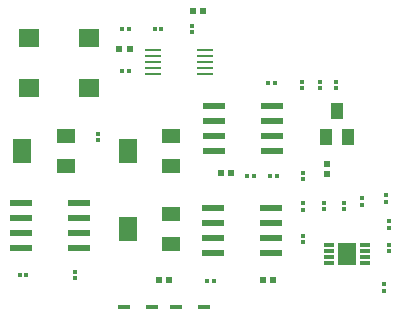
<source format=gtp>
G04 Layer_Color=8421504*
%FSLAX24Y24*%
%MOIN*%
G70*
G01*
G75*
%ADD10R,0.0409X0.0181*%
%ADD11R,0.0213X0.0236*%
%ADD12R,0.0142X0.0134*%
%ADD13R,0.0134X0.0142*%
%ADD14R,0.0780X0.0210*%
%ADD15R,0.0394X0.0551*%
%ADD16R,0.0630X0.0787*%
%ADD17R,0.0630X0.0512*%
%ADD18R,0.0630X0.0740*%
%ADD19R,0.0320X0.0120*%
%ADD20R,0.0236X0.0213*%
%ADD21R,0.0520X0.0110*%
%ADD22R,0.0708X0.0629*%
D10*
X-8637Y900D02*
D03*
X-7700D02*
D03*
X-9431D02*
D03*
X-10368D02*
D03*
D11*
X-5400Y1800D02*
D03*
X-5739D02*
D03*
X-9213D02*
D03*
X-8874D02*
D03*
X-10519Y9500D02*
D03*
X-10181D02*
D03*
X-7139Y5350D02*
D03*
X-6800D02*
D03*
X-7731Y10750D02*
D03*
X-8069D02*
D03*
D12*
X-1550Y2750D02*
D03*
Y2970D02*
D03*
X-3693Y4150D02*
D03*
Y4370D02*
D03*
X-2450Y4520D02*
D03*
Y4300D02*
D03*
X-4393Y3050D02*
D03*
Y3270D02*
D03*
X-1550Y3530D02*
D03*
Y3750D02*
D03*
X-3043Y4370D02*
D03*
Y4150D02*
D03*
X-4393Y5370D02*
D03*
Y5150D02*
D03*
Y4130D02*
D03*
Y4350D02*
D03*
X-12000Y2070D02*
D03*
Y1850D02*
D03*
X-3850Y8400D02*
D03*
Y8180D02*
D03*
X-3293D02*
D03*
Y8400D02*
D03*
X-11243Y6450D02*
D03*
Y6670D02*
D03*
X-4450Y8400D02*
D03*
Y8180D02*
D03*
X-1700Y1650D02*
D03*
Y1430D02*
D03*
X-1643Y4400D02*
D03*
Y4620D02*
D03*
X-8100Y10270D02*
D03*
Y10050D02*
D03*
D13*
X-13630Y1950D02*
D03*
X-13850D02*
D03*
X-6050Y5250D02*
D03*
X-6270D02*
D03*
X-9350Y10150D02*
D03*
X-9130D02*
D03*
X-5350Y8350D02*
D03*
X-5570D02*
D03*
X-10420Y10150D02*
D03*
X-10200D02*
D03*
X-7373Y1750D02*
D03*
X-7593D02*
D03*
X-10420Y8750D02*
D03*
X-10200D02*
D03*
X-5500Y5250D02*
D03*
X-5280D02*
D03*
D14*
X-13793Y4350D02*
D03*
Y3850D02*
D03*
Y3350D02*
D03*
Y2850D02*
D03*
X-11853D02*
D03*
Y3350D02*
D03*
Y3850D02*
D03*
Y4350D02*
D03*
X-7393Y4200D02*
D03*
Y3700D02*
D03*
Y3200D02*
D03*
Y2700D02*
D03*
X-5453D02*
D03*
Y3200D02*
D03*
Y3700D02*
D03*
Y4200D02*
D03*
X-7380Y7580D02*
D03*
Y7080D02*
D03*
Y6580D02*
D03*
Y6080D02*
D03*
X-5440D02*
D03*
Y6580D02*
D03*
Y7080D02*
D03*
Y7580D02*
D03*
D15*
X-3274Y7416D02*
D03*
X-2900Y6550D02*
D03*
X-3648D02*
D03*
D16*
X-13772Y6100D02*
D03*
X-10243D02*
D03*
X-10250Y3500D02*
D03*
D17*
X-12315Y6600D02*
D03*
Y5600D02*
D03*
X-8787Y6600D02*
D03*
Y5600D02*
D03*
X-8793Y4000D02*
D03*
Y3000D02*
D03*
D18*
X-2943Y2650D02*
D03*
D19*
X-2343Y2950D02*
D03*
Y2750D02*
D03*
Y2550D02*
D03*
Y2350D02*
D03*
X-3543D02*
D03*
Y2550D02*
D03*
Y2750D02*
D03*
Y2950D02*
D03*
D20*
X-3600Y5650D02*
D03*
Y5311D02*
D03*
D21*
X-9400Y9444D02*
D03*
Y9247D02*
D03*
Y9050D02*
D03*
Y8853D02*
D03*
Y8656D02*
D03*
X-7668D02*
D03*
Y8853D02*
D03*
Y9050D02*
D03*
Y9247D02*
D03*
Y9444D02*
D03*
D22*
X-13550Y8197D02*
D03*
X-11550Y9850D02*
D03*
Y8197D02*
D03*
X-13550Y9850D02*
D03*
M02*

</source>
